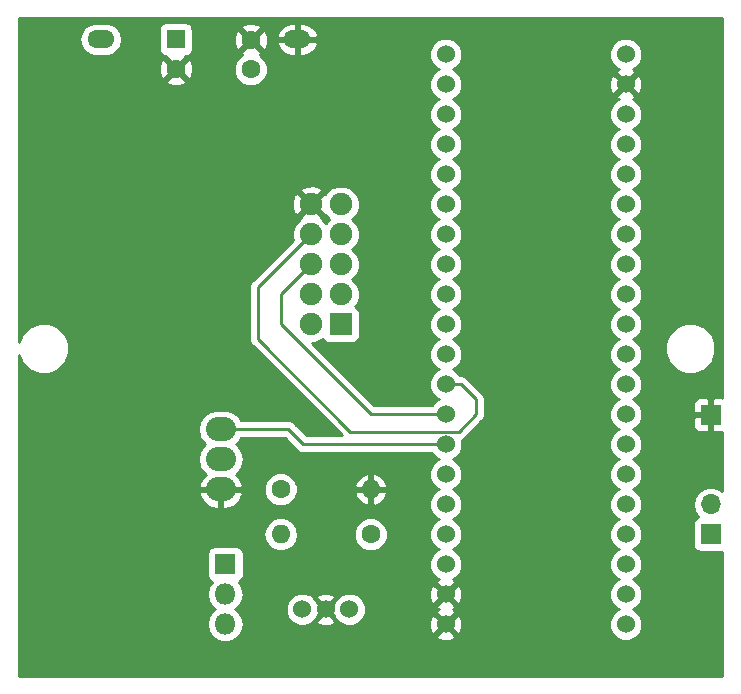
<source format=gbr>
G04 #@! TF.GenerationSoftware,KiCad,Pcbnew,(5.0.1-3-g963ef8bb5)*
G04 #@! TF.CreationDate,2019-02-08T10:03:46-05:00*
G04 #@! TF.ProjectId,STMaytal32v02,53544D617974616C33327630322E6B69,rev?*
G04 #@! TF.SameCoordinates,Original*
G04 #@! TF.FileFunction,Copper,L2,Bot,Signal*
G04 #@! TF.FilePolarity,Positive*
%FSLAX46Y46*%
G04 Gerber Fmt 4.6, Leading zero omitted, Abs format (unit mm)*
G04 Created by KiCad (PCBNEW (5.0.1-3-g963ef8bb5)) date Friday, February 08, 2019 at 10:03:46 AM*
%MOMM*%
%LPD*%
G01*
G04 APERTURE LIST*
G04 #@! TA.AperFunction,ComponentPad*
%ADD10C,1.905000*%
G04 #@! TD*
G04 #@! TA.AperFunction,ComponentPad*
%ADD11R,1.905000X1.905000*%
G04 #@! TD*
G04 #@! TA.AperFunction,ComponentPad*
%ADD12C,1.600000*%
G04 #@! TD*
G04 #@! TA.AperFunction,ComponentPad*
%ADD13R,1.600000X1.600000*%
G04 #@! TD*
G04 #@! TA.AperFunction,ComponentPad*
%ADD14O,1.600000X1.600000*%
G04 #@! TD*
G04 #@! TA.AperFunction,ComponentPad*
%ADD15C,1.524000*%
G04 #@! TD*
G04 #@! TA.AperFunction,ComponentPad*
%ADD16O,2.540000X2.032000*%
G04 #@! TD*
G04 #@! TA.AperFunction,ComponentPad*
%ADD17O,1.800000X1.800000*%
G04 #@! TD*
G04 #@! TA.AperFunction,ComponentPad*
%ADD18R,1.800000X1.800000*%
G04 #@! TD*
G04 #@! TA.AperFunction,ComponentPad*
%ADD19R,1.700000X1.700000*%
G04 #@! TD*
G04 #@! TA.AperFunction,ComponentPad*
%ADD20O,1.700000X1.700000*%
G04 #@! TD*
G04 #@! TA.AperFunction,ComponentPad*
%ADD21O,2.286000X1.524000*%
G04 #@! TD*
G04 #@! TA.AperFunction,Conductor*
%ADD22C,0.250000*%
G04 #@! TD*
G04 #@! TA.AperFunction,Conductor*
%ADD23C,0.254000*%
G04 #@! TD*
G04 APERTURE END LIST*
D10*
G04 #@! TO.P,J2,2*
G04 #@! TO.N,EN*
X120650000Y-100330000D03*
G04 #@! TO.P,J2,4*
G04 #@! TO.N,G1-PSTAT*
X120650000Y-97790000D03*
G04 #@! TO.P,J2,6*
G04 #@! TO.N,RST*
X120650000Y-95250000D03*
G04 #@! TO.P,J2,8*
G04 #@! TO.N,MOSI-KEY*
X120650000Y-92710000D03*
G04 #@! TO.P,J2,10*
G04 #@! TO.N,GND*
X120650000Y-90170000D03*
D11*
G04 #@! TO.P,J2,1*
G04 #@! TO.N,VCC*
X123190000Y-100330000D03*
D10*
G04 #@! TO.P,J2,9*
G04 #@! TO.N,MISO-TX*
X123190000Y-90170000D03*
G04 #@! TO.P,J2,3*
G04 #@! TO.N,G0*
X123190000Y-97790000D03*
G04 #@! TO.P,J2,7*
G04 #@! TO.N,SCK-RX*
X123190000Y-92710000D03*
G04 #@! TO.P,J2,5*
G04 #@! TO.N,CS-RI*
X123190000Y-95250000D03*
G04 #@! TD*
D12*
G04 #@! TO.P,C1,2*
G04 #@! TO.N,GND*
X109220000Y-78700000D03*
D13*
G04 #@! TO.P,C1,1*
G04 #@! TO.N,VBAT*
X109220000Y-76200000D03*
G04 #@! TD*
D12*
G04 #@! TO.P,R1,1*
G04 #@! TO.N,Net-(J1-Pad3)*
X125730000Y-118110000D03*
D14*
G04 #@! TO.P,R1,2*
G04 #@! TO.N,PRESSURE*
X118110000Y-118110000D03*
G04 #@! TD*
G04 #@! TO.P,R2,2*
G04 #@! TO.N,GND*
X125730000Y-114300000D03*
D12*
G04 #@! TO.P,R2,1*
G04 #@! TO.N,PRESSURE*
X118110000Y-114300000D03*
G04 #@! TD*
D15*
G04 #@! TO.P,U1,1*
G04 #@! TO.N,Net-(U1-Pad1)*
X132080000Y-77470000D03*
G04 #@! TO.P,U1,2*
G04 #@! TO.N,Net-(U1-Pad2)*
X132080000Y-80010000D03*
G04 #@! TO.P,U1,3*
G04 #@! TO.N,Net-(U1-Pad3)*
X132080000Y-82550000D03*
G04 #@! TO.P,U1,4*
G04 #@! TO.N,Net-(U1-Pad4)*
X132080000Y-85090000D03*
G04 #@! TO.P,U1,10*
G04 #@! TO.N,PRESSURE*
X132080000Y-87630000D03*
G04 #@! TO.P,U1,11*
G04 #@! TO.N,Net-(U1-Pad11)*
X132080000Y-90170000D03*
G04 #@! TO.P,U1,12*
G04 #@! TO.N,Net-(U1-Pad12)*
X132080000Y-92710000D03*
G04 #@! TO.P,U1,13*
G04 #@! TO.N,G0*
X132080000Y-95250000D03*
G04 #@! TO.P,U1,14*
G04 #@! TO.N,CS-RI*
X132080000Y-97790000D03*
G04 #@! TO.P,U1,15*
G04 #@! TO.N,SCK-RX*
X132080000Y-100330000D03*
G04 #@! TO.P,U1,16*
G04 #@! TO.N,MISO-TX*
X132080000Y-102870000D03*
G04 #@! TO.P,U1,17*
G04 #@! TO.N,MOSI-KEY*
X132080000Y-105410000D03*
G04 #@! TO.P,U1,18*
G04 #@! TO.N,RST*
X132080000Y-107950000D03*
G04 #@! TO.P,U1,19*
G04 #@! TO.N,Q1_BASE*
X132080000Y-110490000D03*
G04 #@! TO.P,U1,21*
G04 #@! TO.N,G1-PSTAT*
X132080000Y-113030000D03*
G04 #@! TO.P,U1,22*
G04 #@! TO.N,EN*
X132080000Y-115570000D03*
G04 #@! TO.P,U1,7*
G04 #@! TO.N,Net-(U1-Pad7)*
X132080000Y-118110000D03*
G04 #@! TO.P,U1,3V3*
G04 #@! TO.N,VCC*
X132080000Y-120650000D03*
G04 #@! TO.P,U1,GND*
G04 #@! TO.N,GND*
X132080000Y-123190000D03*
X132080000Y-125730000D03*
G04 #@! TO.P,U1,3V3*
G04 #@! TO.N,VCC*
X147320000Y-77470000D03*
G04 #@! TO.P,U1,42*
G04 #@! TO.N,Net-(U1-Pad42)*
X147320000Y-92710000D03*
G04 #@! TO.P,U1,27*
G04 #@! TO.N,Net-(U1-Pad27)*
X147320000Y-120650000D03*
G04 #@! TO.P,U1,32*
G04 #@! TO.N,Net-(U1-Pad32)*
X147320000Y-107950000D03*
G04 #@! TO.P,U1,31*
G04 #@! TO.N,SERIAL1.RX*
X147320000Y-110490000D03*
G04 #@! TO.P,U1,33*
G04 #@! TO.N,Net-(U1-Pad33)*
X147320000Y-105410000D03*
G04 #@! TO.P,U1,38*
G04 #@! TO.N,N/C*
X147320000Y-102870000D03*
G04 #@! TO.P,U1,30*
G04 #@! TO.N,SERIAL1.TX*
X147320000Y-113030000D03*
G04 #@! TO.P,U1,28*
G04 #@! TO.N,Net-(U1-Pad28)*
X147320000Y-118110000D03*
G04 #@! TO.P,U1,26*
G04 #@! TO.N,Net-(U1-Pad26)*
X147320000Y-123190000D03*
G04 #@! TO.P,U1,41*
G04 #@! TO.N,Net-(U1-Pad41)*
X147320000Y-95250000D03*
G04 #@! TO.P,U1,40*
G04 #@! TO.N,Net-(U1-Pad40)*
X147320000Y-97790000D03*
G04 #@! TO.P,U1,29*
G04 #@! TO.N,Net-(U1-Pad29)*
X147320000Y-115570000D03*
G04 #@! TO.P,U1,46*
G04 #@! TO.N,Net-(U1-Pad46)*
X147320000Y-85090000D03*
G04 #@! TO.P,U1,45*
G04 #@! TO.N,Net-(U1-Pad45)*
X147320000Y-87630000D03*
G04 #@! TO.P,U1,5V*
G04 #@! TO.N,VBAT*
X147320000Y-82550000D03*
G04 #@! TO.P,U1,25*
G04 #@! TO.N,Net-(U1-Pad25)*
X147320000Y-125730000D03*
G04 #@! TO.P,U1,GND*
G04 #@! TO.N,GND*
X147320000Y-80010000D03*
G04 #@! TO.P,U1,43*
G04 #@! TO.N,Net-(U1-Pad43)*
X147320000Y-90170000D03*
G04 #@! TO.P,U1,39*
G04 #@! TO.N,Net-(U1-Pad39)*
X147320000Y-100330000D03*
G04 #@! TD*
D16*
G04 #@! TO.P,Q1,1*
G04 #@! TO.N,Q1_BASE*
X113030000Y-109220000D03*
G04 #@! TO.P,Q1,3*
G04 #@! TO.N,GND*
X113030000Y-114300000D03*
G04 #@! TO.P,Q1,2*
G04 #@! TO.N,Net-(Q1-Pad2)*
X113030000Y-111760000D03*
G04 #@! TD*
D17*
G04 #@! TO.P,U2,3*
G04 #@! TO.N,Net-(J1-Pad1)*
X113411000Y-125730000D03*
G04 #@! TO.P,U2,2*
G04 #@! TO.N,Net-(Q1-Pad2)*
X113411000Y-123190000D03*
D18*
G04 #@! TO.P,U2,1*
G04 #@! TO.N,VBAT*
X113411000Y-120650000D03*
G04 #@! TD*
D12*
G04 #@! TO.P,C2,2*
G04 #@! TO.N,GND*
X115570000Y-76240000D03*
G04 #@! TO.P,C2,1*
G04 #@! TO.N,VBAT*
X115570000Y-78740000D03*
G04 #@! TD*
D19*
G04 #@! TO.P,J3,1*
G04 #@! TO.N,GND*
X154500000Y-108000000D03*
G04 #@! TD*
D20*
G04 #@! TO.P,J4,2*
G04 #@! TO.N,SERIAL1.RX*
X154500000Y-115570000D03*
D19*
G04 #@! TO.P,J4,1*
G04 #@! TO.N,SERIAL1.TX*
X154500000Y-118110000D03*
G04 #@! TD*
D21*
G04 #@! TO.P,BT1,2*
G04 #@! TO.N,GND*
X119507000Y-76200000D03*
G04 #@! TO.P,BT1,1*
G04 #@! TO.N,VBAT*
X102870000Y-76200000D03*
G04 #@! TD*
D15*
G04 #@! TO.P,J1,2*
G04 #@! TO.N,GND*
X121920000Y-124460000D03*
G04 #@! TO.P,J1,1*
G04 #@! TO.N,Net-(J1-Pad1)*
X119920000Y-124460000D03*
G04 #@! TO.P,J1,3*
G04 #@! TO.N,Net-(J1-Pad3)*
X123920000Y-124460000D03*
G04 #@! TD*
D22*
G04 #@! TO.N,RST*
X131002370Y-107950000D02*
X132080000Y-107950000D01*
X125730000Y-107950000D02*
X132080000Y-107950000D01*
X118110000Y-100330000D02*
X125730000Y-107950000D01*
X118110000Y-97790000D02*
X118110000Y-100330000D01*
X120650000Y-95250000D02*
X118110000Y-97790000D01*
G04 #@! TO.N,Q1_BASE*
X132080000Y-110490000D02*
X120015000Y-110490000D01*
X118745000Y-109220000D02*
X113030000Y-109220000D01*
X120015000Y-110490000D02*
X118745000Y-109220000D01*
G04 #@! TO.N,MOSI-KEY*
X120650000Y-92710000D02*
X116205000Y-97155000D01*
X116205000Y-97155000D02*
X116205000Y-101600000D01*
X124007999Y-109402999D02*
X133167001Y-109402999D01*
X116205000Y-101600000D02*
X124007999Y-109402999D01*
X133167001Y-109402999D02*
X134620000Y-107950000D01*
X134620000Y-107950000D02*
X134620000Y-106680000D01*
X134620000Y-106680000D02*
X133350000Y-105410000D01*
X133350000Y-105410000D02*
X132080000Y-105410000D01*
G04 #@! TD*
D23*
G04 #@! TO.N,GND*
G36*
X155500001Y-106524813D02*
X155476309Y-106515000D01*
X154785750Y-106515000D01*
X154627000Y-106673750D01*
X154627000Y-107873000D01*
X154647000Y-107873000D01*
X154647000Y-108127000D01*
X154627000Y-108127000D01*
X154627000Y-109326250D01*
X154785750Y-109485000D01*
X155476309Y-109485000D01*
X155500001Y-109475187D01*
X155500001Y-114452185D01*
X155079418Y-114171161D01*
X154646256Y-114085000D01*
X154353744Y-114085000D01*
X153920582Y-114171161D01*
X153429375Y-114499375D01*
X153101161Y-114990582D01*
X152985908Y-115570000D01*
X153101161Y-116149418D01*
X153429375Y-116640625D01*
X153447619Y-116652816D01*
X153402235Y-116661843D01*
X153192191Y-116802191D01*
X153051843Y-117012235D01*
X153002560Y-117260000D01*
X153002560Y-118960000D01*
X153051843Y-119207765D01*
X153192191Y-119417809D01*
X153402235Y-119558157D01*
X153650000Y-119607440D01*
X155350000Y-119607440D01*
X155500001Y-119577603D01*
X155500001Y-130100000D01*
X95960000Y-130100000D01*
X95960000Y-123190000D01*
X111845928Y-123190000D01*
X111965062Y-123788927D01*
X112304327Y-124296673D01*
X112548763Y-124460000D01*
X112304327Y-124623327D01*
X111965062Y-125131073D01*
X111845928Y-125730000D01*
X111965062Y-126328927D01*
X112304327Y-126836673D01*
X112812073Y-127175938D01*
X113259818Y-127265000D01*
X113562182Y-127265000D01*
X114009927Y-127175938D01*
X114517673Y-126836673D01*
X114602170Y-126710213D01*
X131279392Y-126710213D01*
X131348857Y-126952397D01*
X131872302Y-127139144D01*
X132427368Y-127111362D01*
X132811143Y-126952397D01*
X132880608Y-126710213D01*
X132080000Y-125909605D01*
X131279392Y-126710213D01*
X114602170Y-126710213D01*
X114856938Y-126328927D01*
X114976072Y-125730000D01*
X114856938Y-125131073D01*
X114517673Y-124623327D01*
X114273237Y-124460000D01*
X114517673Y-124296673D01*
X114594215Y-124182119D01*
X118523000Y-124182119D01*
X118523000Y-124737881D01*
X118735680Y-125251337D01*
X119128663Y-125644320D01*
X119642119Y-125857000D01*
X120197881Y-125857000D01*
X120711337Y-125644320D01*
X120915444Y-125440213D01*
X121119392Y-125440213D01*
X121188857Y-125682397D01*
X121712302Y-125869144D01*
X122267368Y-125841362D01*
X122651143Y-125682397D01*
X122720608Y-125440213D01*
X121920000Y-124639605D01*
X121119392Y-125440213D01*
X120915444Y-125440213D01*
X121104320Y-125251337D01*
X121214106Y-124986289D01*
X121740395Y-124460000D01*
X122099605Y-124460000D01*
X122625894Y-124986289D01*
X122735680Y-125251337D01*
X123128663Y-125644320D01*
X123642119Y-125857000D01*
X124197881Y-125857000D01*
X124711337Y-125644320D01*
X124833355Y-125522302D01*
X130670856Y-125522302D01*
X130698638Y-126077368D01*
X130857603Y-126461143D01*
X131099787Y-126530608D01*
X131900395Y-125730000D01*
X132259605Y-125730000D01*
X133060213Y-126530608D01*
X133302397Y-126461143D01*
X133489144Y-125937698D01*
X133461362Y-125382632D01*
X133302397Y-124998857D01*
X133060213Y-124929392D01*
X132259605Y-125730000D01*
X131900395Y-125730000D01*
X131099787Y-124929392D01*
X130857603Y-124998857D01*
X130670856Y-125522302D01*
X124833355Y-125522302D01*
X125104320Y-125251337D01*
X125317000Y-124737881D01*
X125317000Y-124182119D01*
X125312069Y-124170213D01*
X131279392Y-124170213D01*
X131348857Y-124412397D01*
X131472344Y-124456453D01*
X131348857Y-124507603D01*
X131279392Y-124749787D01*
X132080000Y-125550395D01*
X132880608Y-124749787D01*
X132811143Y-124507603D01*
X132687656Y-124463547D01*
X132811143Y-124412397D01*
X132880608Y-124170213D01*
X132080000Y-123369605D01*
X131279392Y-124170213D01*
X125312069Y-124170213D01*
X125104320Y-123668663D01*
X124711337Y-123275680D01*
X124197881Y-123063000D01*
X123642119Y-123063000D01*
X123128663Y-123275680D01*
X122735680Y-123668663D01*
X122625894Y-123933711D01*
X122099605Y-124460000D01*
X121740395Y-124460000D01*
X121214106Y-123933711D01*
X121104320Y-123668663D01*
X120915444Y-123479787D01*
X121119392Y-123479787D01*
X121920000Y-124280395D01*
X122720608Y-123479787D01*
X122651143Y-123237603D01*
X122127698Y-123050856D01*
X121572632Y-123078638D01*
X121188857Y-123237603D01*
X121119392Y-123479787D01*
X120915444Y-123479787D01*
X120711337Y-123275680D01*
X120197881Y-123063000D01*
X119642119Y-123063000D01*
X119128663Y-123275680D01*
X118735680Y-123668663D01*
X118523000Y-124182119D01*
X114594215Y-124182119D01*
X114856938Y-123788927D01*
X114976072Y-123190000D01*
X114934759Y-122982302D01*
X130670856Y-122982302D01*
X130698638Y-123537368D01*
X130857603Y-123921143D01*
X131099787Y-123990608D01*
X131900395Y-123190000D01*
X132259605Y-123190000D01*
X133060213Y-123990608D01*
X133302397Y-123921143D01*
X133489144Y-123397698D01*
X133461362Y-122842632D01*
X133302397Y-122458857D01*
X133060213Y-122389392D01*
X132259605Y-123190000D01*
X131900395Y-123190000D01*
X131099787Y-122389392D01*
X130857603Y-122458857D01*
X130670856Y-122982302D01*
X114934759Y-122982302D01*
X114856938Y-122591073D01*
X114560304Y-122147129D01*
X114768809Y-122007809D01*
X114909157Y-121797765D01*
X114958440Y-121550000D01*
X114958440Y-119750000D01*
X114909157Y-119502235D01*
X114768809Y-119292191D01*
X114558765Y-119151843D01*
X114311000Y-119102560D01*
X112511000Y-119102560D01*
X112263235Y-119151843D01*
X112053191Y-119292191D01*
X111912843Y-119502235D01*
X111863560Y-119750000D01*
X111863560Y-121550000D01*
X111912843Y-121797765D01*
X112053191Y-122007809D01*
X112261696Y-122147129D01*
X111965062Y-122591073D01*
X111845928Y-123190000D01*
X95960000Y-123190000D01*
X95960000Y-118110000D01*
X116646887Y-118110000D01*
X116758260Y-118669909D01*
X117075423Y-119144577D01*
X117550091Y-119461740D01*
X117968667Y-119545000D01*
X118251333Y-119545000D01*
X118669909Y-119461740D01*
X119144577Y-119144577D01*
X119461740Y-118669909D01*
X119573113Y-118110000D01*
X119516336Y-117824561D01*
X124295000Y-117824561D01*
X124295000Y-118395439D01*
X124513466Y-118922862D01*
X124917138Y-119326534D01*
X125444561Y-119545000D01*
X126015439Y-119545000D01*
X126542862Y-119326534D01*
X126946534Y-118922862D01*
X127165000Y-118395439D01*
X127165000Y-117824561D01*
X126946534Y-117297138D01*
X126542862Y-116893466D01*
X126015439Y-116675000D01*
X125444561Y-116675000D01*
X124917138Y-116893466D01*
X124513466Y-117297138D01*
X124295000Y-117824561D01*
X119516336Y-117824561D01*
X119461740Y-117550091D01*
X119144577Y-117075423D01*
X118669909Y-116758260D01*
X118251333Y-116675000D01*
X117968667Y-116675000D01*
X117550091Y-116758260D01*
X117075423Y-117075423D01*
X116758260Y-117550091D01*
X116646887Y-118110000D01*
X95960000Y-118110000D01*
X95960000Y-114682944D01*
X111170025Y-114682944D01*
X111202074Y-114814477D01*
X111518764Y-115377630D01*
X112026857Y-115776724D01*
X112649000Y-115951000D01*
X112903000Y-115951000D01*
X112903000Y-114427000D01*
X113157000Y-114427000D01*
X113157000Y-115951000D01*
X113411000Y-115951000D01*
X114033143Y-115776724D01*
X114541236Y-115377630D01*
X114857926Y-114814477D01*
X114889975Y-114682944D01*
X114770836Y-114427000D01*
X113157000Y-114427000D01*
X112903000Y-114427000D01*
X111289164Y-114427000D01*
X111170025Y-114682944D01*
X95960000Y-114682944D01*
X95960000Y-109220000D01*
X111092655Y-109220000D01*
X111220792Y-109864188D01*
X111585695Y-110410305D01*
X111704967Y-110490000D01*
X111585695Y-110569695D01*
X111220792Y-111115812D01*
X111092655Y-111760000D01*
X111220792Y-112404188D01*
X111585695Y-112950305D01*
X111736689Y-113051196D01*
X111518764Y-113222370D01*
X111202074Y-113785523D01*
X111170025Y-113917056D01*
X111289164Y-114173000D01*
X112903000Y-114173000D01*
X112903000Y-114153000D01*
X113157000Y-114153000D01*
X113157000Y-114173000D01*
X114770836Y-114173000D01*
X114844587Y-114014561D01*
X116675000Y-114014561D01*
X116675000Y-114585439D01*
X116893466Y-115112862D01*
X117297138Y-115516534D01*
X117824561Y-115735000D01*
X118395439Y-115735000D01*
X118922862Y-115516534D01*
X119326534Y-115112862D01*
X119518655Y-114649039D01*
X124338096Y-114649039D01*
X124498959Y-115037423D01*
X124874866Y-115452389D01*
X125380959Y-115691914D01*
X125603000Y-115570629D01*
X125603000Y-114427000D01*
X125857000Y-114427000D01*
X125857000Y-115570629D01*
X126079041Y-115691914D01*
X126585134Y-115452389D01*
X126961041Y-115037423D01*
X127121904Y-114649039D01*
X126999915Y-114427000D01*
X125857000Y-114427000D01*
X125603000Y-114427000D01*
X124460085Y-114427000D01*
X124338096Y-114649039D01*
X119518655Y-114649039D01*
X119545000Y-114585439D01*
X119545000Y-114014561D01*
X119518656Y-113950961D01*
X124338096Y-113950961D01*
X124460085Y-114173000D01*
X125603000Y-114173000D01*
X125603000Y-113029371D01*
X125857000Y-113029371D01*
X125857000Y-114173000D01*
X126999915Y-114173000D01*
X127121904Y-113950961D01*
X126961041Y-113562577D01*
X126585134Y-113147611D01*
X126079041Y-112908086D01*
X125857000Y-113029371D01*
X125603000Y-113029371D01*
X125380959Y-112908086D01*
X124874866Y-113147611D01*
X124498959Y-113562577D01*
X124338096Y-113950961D01*
X119518656Y-113950961D01*
X119326534Y-113487138D01*
X118922862Y-113083466D01*
X118395439Y-112865000D01*
X117824561Y-112865000D01*
X117297138Y-113083466D01*
X116893466Y-113487138D01*
X116675000Y-114014561D01*
X114844587Y-114014561D01*
X114889975Y-113917056D01*
X114857926Y-113785523D01*
X114541236Y-113222370D01*
X114323311Y-113051196D01*
X114474305Y-112950305D01*
X114839208Y-112404188D01*
X114967345Y-111760000D01*
X114839208Y-111115812D01*
X114474305Y-110569695D01*
X114355033Y-110490000D01*
X114474305Y-110410305D01*
X114761825Y-109980000D01*
X118430199Y-109980000D01*
X119424671Y-110974473D01*
X119467071Y-111037929D01*
X119718463Y-111205904D01*
X119940148Y-111250000D01*
X119940152Y-111250000D01*
X120014999Y-111264888D01*
X120089846Y-111250000D01*
X130882700Y-111250000D01*
X130895680Y-111281337D01*
X131288663Y-111674320D01*
X131495513Y-111760000D01*
X131288663Y-111845680D01*
X130895680Y-112238663D01*
X130683000Y-112752119D01*
X130683000Y-113307881D01*
X130895680Y-113821337D01*
X131288663Y-114214320D01*
X131495513Y-114300000D01*
X131288663Y-114385680D01*
X130895680Y-114778663D01*
X130683000Y-115292119D01*
X130683000Y-115847881D01*
X130895680Y-116361337D01*
X131288663Y-116754320D01*
X131495513Y-116840000D01*
X131288663Y-116925680D01*
X130895680Y-117318663D01*
X130683000Y-117832119D01*
X130683000Y-118387881D01*
X130895680Y-118901337D01*
X131288663Y-119294320D01*
X131495513Y-119380000D01*
X131288663Y-119465680D01*
X130895680Y-119858663D01*
X130683000Y-120372119D01*
X130683000Y-120927881D01*
X130895680Y-121441337D01*
X131288663Y-121834320D01*
X131479647Y-121913428D01*
X131348857Y-121967603D01*
X131279392Y-122209787D01*
X132080000Y-123010395D01*
X132880608Y-122209787D01*
X132811143Y-121967603D01*
X132670607Y-121917465D01*
X132871337Y-121834320D01*
X133264320Y-121441337D01*
X133477000Y-120927881D01*
X133477000Y-120372119D01*
X133264320Y-119858663D01*
X132871337Y-119465680D01*
X132664487Y-119380000D01*
X132871337Y-119294320D01*
X133264320Y-118901337D01*
X133477000Y-118387881D01*
X133477000Y-117832119D01*
X133264320Y-117318663D01*
X132871337Y-116925680D01*
X132664487Y-116840000D01*
X132871337Y-116754320D01*
X133264320Y-116361337D01*
X133477000Y-115847881D01*
X133477000Y-115292119D01*
X133264320Y-114778663D01*
X132871337Y-114385680D01*
X132664487Y-114300000D01*
X132871337Y-114214320D01*
X133264320Y-113821337D01*
X133477000Y-113307881D01*
X133477000Y-112752119D01*
X133264320Y-112238663D01*
X132871337Y-111845680D01*
X132664487Y-111760000D01*
X132871337Y-111674320D01*
X133264320Y-111281337D01*
X133477000Y-110767881D01*
X133477000Y-110212119D01*
X133440303Y-110123525D01*
X133463538Y-110118903D01*
X133714930Y-109950928D01*
X133757332Y-109887469D01*
X135104473Y-108540329D01*
X135167929Y-108497929D01*
X135335904Y-108246537D01*
X135380000Y-108024852D01*
X135380000Y-108024847D01*
X135394888Y-107950000D01*
X135380000Y-107875153D01*
X135380000Y-106754846D01*
X135394888Y-106679999D01*
X135380000Y-106605152D01*
X135380000Y-106605148D01*
X135335904Y-106383463D01*
X135167929Y-106132071D01*
X135104473Y-106089671D01*
X133940331Y-104925530D01*
X133897929Y-104862071D01*
X133646537Y-104694096D01*
X133424852Y-104650000D01*
X133424847Y-104650000D01*
X133350000Y-104635112D01*
X133277137Y-104649605D01*
X133264320Y-104618663D01*
X132871337Y-104225680D01*
X132664487Y-104140000D01*
X132871337Y-104054320D01*
X133264320Y-103661337D01*
X133477000Y-103147881D01*
X133477000Y-102592119D01*
X133264320Y-102078663D01*
X132871337Y-101685680D01*
X132664487Y-101600000D01*
X132871337Y-101514320D01*
X133264320Y-101121337D01*
X133477000Y-100607881D01*
X133477000Y-100052119D01*
X133264320Y-99538663D01*
X132871337Y-99145680D01*
X132664487Y-99060000D01*
X132871337Y-98974320D01*
X133264320Y-98581337D01*
X133477000Y-98067881D01*
X133477000Y-97512119D01*
X133264320Y-96998663D01*
X132871337Y-96605680D01*
X132664487Y-96520000D01*
X132871337Y-96434320D01*
X133264320Y-96041337D01*
X133477000Y-95527881D01*
X133477000Y-94972119D01*
X133264320Y-94458663D01*
X132871337Y-94065680D01*
X132664487Y-93980000D01*
X132871337Y-93894320D01*
X133264320Y-93501337D01*
X133477000Y-92987881D01*
X133477000Y-92432119D01*
X133264320Y-91918663D01*
X132871337Y-91525680D01*
X132664487Y-91440000D01*
X132871337Y-91354320D01*
X133264320Y-90961337D01*
X133477000Y-90447881D01*
X133477000Y-89892119D01*
X133264320Y-89378663D01*
X132871337Y-88985680D01*
X132664487Y-88900000D01*
X132871337Y-88814320D01*
X133264320Y-88421337D01*
X133477000Y-87907881D01*
X133477000Y-87352119D01*
X133264320Y-86838663D01*
X132871337Y-86445680D01*
X132664487Y-86360000D01*
X132871337Y-86274320D01*
X133264320Y-85881337D01*
X133477000Y-85367881D01*
X133477000Y-84812119D01*
X133264320Y-84298663D01*
X132871337Y-83905680D01*
X132664487Y-83820000D01*
X132871337Y-83734320D01*
X133264320Y-83341337D01*
X133477000Y-82827881D01*
X133477000Y-82272119D01*
X145923000Y-82272119D01*
X145923000Y-82827881D01*
X146135680Y-83341337D01*
X146528663Y-83734320D01*
X146735513Y-83820000D01*
X146528663Y-83905680D01*
X146135680Y-84298663D01*
X145923000Y-84812119D01*
X145923000Y-85367881D01*
X146135680Y-85881337D01*
X146528663Y-86274320D01*
X146735513Y-86360000D01*
X146528663Y-86445680D01*
X146135680Y-86838663D01*
X145923000Y-87352119D01*
X145923000Y-87907881D01*
X146135680Y-88421337D01*
X146528663Y-88814320D01*
X146735513Y-88900000D01*
X146528663Y-88985680D01*
X146135680Y-89378663D01*
X145923000Y-89892119D01*
X145923000Y-90447881D01*
X146135680Y-90961337D01*
X146528663Y-91354320D01*
X146735513Y-91440000D01*
X146528663Y-91525680D01*
X146135680Y-91918663D01*
X145923000Y-92432119D01*
X145923000Y-92987881D01*
X146135680Y-93501337D01*
X146528663Y-93894320D01*
X146735513Y-93980000D01*
X146528663Y-94065680D01*
X146135680Y-94458663D01*
X145923000Y-94972119D01*
X145923000Y-95527881D01*
X146135680Y-96041337D01*
X146528663Y-96434320D01*
X146735513Y-96520000D01*
X146528663Y-96605680D01*
X146135680Y-96998663D01*
X145923000Y-97512119D01*
X145923000Y-98067881D01*
X146135680Y-98581337D01*
X146528663Y-98974320D01*
X146735513Y-99060000D01*
X146528663Y-99145680D01*
X146135680Y-99538663D01*
X145923000Y-100052119D01*
X145923000Y-100607881D01*
X146135680Y-101121337D01*
X146528663Y-101514320D01*
X146735513Y-101600000D01*
X146528663Y-101685680D01*
X146135680Y-102078663D01*
X145923000Y-102592119D01*
X145923000Y-103147881D01*
X146135680Y-103661337D01*
X146528663Y-104054320D01*
X146735513Y-104140000D01*
X146528663Y-104225680D01*
X146135680Y-104618663D01*
X145923000Y-105132119D01*
X145923000Y-105687881D01*
X146135680Y-106201337D01*
X146528663Y-106594320D01*
X146735513Y-106680000D01*
X146528663Y-106765680D01*
X146135680Y-107158663D01*
X145923000Y-107672119D01*
X145923000Y-108227881D01*
X146135680Y-108741337D01*
X146528663Y-109134320D01*
X146735513Y-109220000D01*
X146528663Y-109305680D01*
X146135680Y-109698663D01*
X145923000Y-110212119D01*
X145923000Y-110767881D01*
X146135680Y-111281337D01*
X146528663Y-111674320D01*
X146735513Y-111760000D01*
X146528663Y-111845680D01*
X146135680Y-112238663D01*
X145923000Y-112752119D01*
X145923000Y-113307881D01*
X146135680Y-113821337D01*
X146528663Y-114214320D01*
X146735513Y-114300000D01*
X146528663Y-114385680D01*
X146135680Y-114778663D01*
X145923000Y-115292119D01*
X145923000Y-115847881D01*
X146135680Y-116361337D01*
X146528663Y-116754320D01*
X146735513Y-116840000D01*
X146528663Y-116925680D01*
X146135680Y-117318663D01*
X145923000Y-117832119D01*
X145923000Y-118387881D01*
X146135680Y-118901337D01*
X146528663Y-119294320D01*
X146735513Y-119380000D01*
X146528663Y-119465680D01*
X146135680Y-119858663D01*
X145923000Y-120372119D01*
X145923000Y-120927881D01*
X146135680Y-121441337D01*
X146528663Y-121834320D01*
X146735513Y-121920000D01*
X146528663Y-122005680D01*
X146135680Y-122398663D01*
X145923000Y-122912119D01*
X145923000Y-123467881D01*
X146135680Y-123981337D01*
X146528663Y-124374320D01*
X146735513Y-124460000D01*
X146528663Y-124545680D01*
X146135680Y-124938663D01*
X145923000Y-125452119D01*
X145923000Y-126007881D01*
X146135680Y-126521337D01*
X146528663Y-126914320D01*
X147042119Y-127127000D01*
X147597881Y-127127000D01*
X148111337Y-126914320D01*
X148504320Y-126521337D01*
X148717000Y-126007881D01*
X148717000Y-125452119D01*
X148504320Y-124938663D01*
X148111337Y-124545680D01*
X147904487Y-124460000D01*
X148111337Y-124374320D01*
X148504320Y-123981337D01*
X148717000Y-123467881D01*
X148717000Y-122912119D01*
X148504320Y-122398663D01*
X148111337Y-122005680D01*
X147904487Y-121920000D01*
X148111337Y-121834320D01*
X148504320Y-121441337D01*
X148717000Y-120927881D01*
X148717000Y-120372119D01*
X148504320Y-119858663D01*
X148111337Y-119465680D01*
X147904487Y-119380000D01*
X148111337Y-119294320D01*
X148504320Y-118901337D01*
X148717000Y-118387881D01*
X148717000Y-117832119D01*
X148504320Y-117318663D01*
X148111337Y-116925680D01*
X147904487Y-116840000D01*
X148111337Y-116754320D01*
X148504320Y-116361337D01*
X148717000Y-115847881D01*
X148717000Y-115292119D01*
X148504320Y-114778663D01*
X148111337Y-114385680D01*
X147904487Y-114300000D01*
X148111337Y-114214320D01*
X148504320Y-113821337D01*
X148717000Y-113307881D01*
X148717000Y-112752119D01*
X148504320Y-112238663D01*
X148111337Y-111845680D01*
X147904487Y-111760000D01*
X148111337Y-111674320D01*
X148504320Y-111281337D01*
X148717000Y-110767881D01*
X148717000Y-110212119D01*
X148504320Y-109698663D01*
X148111337Y-109305680D01*
X147904487Y-109220000D01*
X148111337Y-109134320D01*
X148504320Y-108741337D01*
X148693029Y-108285750D01*
X153015000Y-108285750D01*
X153015000Y-108976310D01*
X153111673Y-109209699D01*
X153290302Y-109388327D01*
X153523691Y-109485000D01*
X154214250Y-109485000D01*
X154373000Y-109326250D01*
X154373000Y-108127000D01*
X153173750Y-108127000D01*
X153015000Y-108285750D01*
X148693029Y-108285750D01*
X148717000Y-108227881D01*
X148717000Y-107672119D01*
X148504320Y-107158663D01*
X148369347Y-107023690D01*
X153015000Y-107023690D01*
X153015000Y-107714250D01*
X153173750Y-107873000D01*
X154373000Y-107873000D01*
X154373000Y-106673750D01*
X154214250Y-106515000D01*
X153523691Y-106515000D01*
X153290302Y-106611673D01*
X153111673Y-106790301D01*
X153015000Y-107023690D01*
X148369347Y-107023690D01*
X148111337Y-106765680D01*
X147904487Y-106680000D01*
X148111337Y-106594320D01*
X148504320Y-106201337D01*
X148717000Y-105687881D01*
X148717000Y-105132119D01*
X148504320Y-104618663D01*
X148111337Y-104225680D01*
X147904487Y-104140000D01*
X148111337Y-104054320D01*
X148504320Y-103661337D01*
X148717000Y-103147881D01*
X148717000Y-102592119D01*
X148504320Y-102078663D01*
X148362979Y-101937322D01*
X150646000Y-101937322D01*
X150646000Y-102786678D01*
X150971034Y-103571380D01*
X151571620Y-104171966D01*
X152356322Y-104497000D01*
X153205678Y-104497000D01*
X153990380Y-104171966D01*
X154590966Y-103571380D01*
X154916000Y-102786678D01*
X154916000Y-101937322D01*
X154590966Y-101152620D01*
X153990380Y-100552034D01*
X153205678Y-100227000D01*
X152356322Y-100227000D01*
X151571620Y-100552034D01*
X150971034Y-101152620D01*
X150646000Y-101937322D01*
X148362979Y-101937322D01*
X148111337Y-101685680D01*
X147904487Y-101600000D01*
X148111337Y-101514320D01*
X148504320Y-101121337D01*
X148717000Y-100607881D01*
X148717000Y-100052119D01*
X148504320Y-99538663D01*
X148111337Y-99145680D01*
X147904487Y-99060000D01*
X148111337Y-98974320D01*
X148504320Y-98581337D01*
X148717000Y-98067881D01*
X148717000Y-97512119D01*
X148504320Y-96998663D01*
X148111337Y-96605680D01*
X147904487Y-96520000D01*
X148111337Y-96434320D01*
X148504320Y-96041337D01*
X148717000Y-95527881D01*
X148717000Y-94972119D01*
X148504320Y-94458663D01*
X148111337Y-94065680D01*
X147904487Y-93980000D01*
X148111337Y-93894320D01*
X148504320Y-93501337D01*
X148717000Y-92987881D01*
X148717000Y-92432119D01*
X148504320Y-91918663D01*
X148111337Y-91525680D01*
X147904487Y-91440000D01*
X148111337Y-91354320D01*
X148504320Y-90961337D01*
X148717000Y-90447881D01*
X148717000Y-89892119D01*
X148504320Y-89378663D01*
X148111337Y-88985680D01*
X147904487Y-88900000D01*
X148111337Y-88814320D01*
X148504320Y-88421337D01*
X148717000Y-87907881D01*
X148717000Y-87352119D01*
X148504320Y-86838663D01*
X148111337Y-86445680D01*
X147904487Y-86360000D01*
X148111337Y-86274320D01*
X148504320Y-85881337D01*
X148717000Y-85367881D01*
X148717000Y-84812119D01*
X148504320Y-84298663D01*
X148111337Y-83905680D01*
X147904487Y-83820000D01*
X148111337Y-83734320D01*
X148504320Y-83341337D01*
X148717000Y-82827881D01*
X148717000Y-82272119D01*
X148504320Y-81758663D01*
X148111337Y-81365680D01*
X147920353Y-81286572D01*
X148051143Y-81232397D01*
X148120608Y-80990213D01*
X147320000Y-80189605D01*
X146519392Y-80990213D01*
X146588857Y-81232397D01*
X146729393Y-81282535D01*
X146528663Y-81365680D01*
X146135680Y-81758663D01*
X145923000Y-82272119D01*
X133477000Y-82272119D01*
X133264320Y-81758663D01*
X132871337Y-81365680D01*
X132664487Y-81280000D01*
X132871337Y-81194320D01*
X133264320Y-80801337D01*
X133477000Y-80287881D01*
X133477000Y-79802302D01*
X145910856Y-79802302D01*
X145938638Y-80357368D01*
X146097603Y-80741143D01*
X146339787Y-80810608D01*
X147140395Y-80010000D01*
X147499605Y-80010000D01*
X148300213Y-80810608D01*
X148542397Y-80741143D01*
X148729144Y-80217698D01*
X148701362Y-79662632D01*
X148542397Y-79278857D01*
X148300213Y-79209392D01*
X147499605Y-80010000D01*
X147140395Y-80010000D01*
X146339787Y-79209392D01*
X146097603Y-79278857D01*
X145910856Y-79802302D01*
X133477000Y-79802302D01*
X133477000Y-79732119D01*
X133264320Y-79218663D01*
X132871337Y-78825680D01*
X132664487Y-78740000D01*
X132871337Y-78654320D01*
X133264320Y-78261337D01*
X133477000Y-77747881D01*
X133477000Y-77192119D01*
X145923000Y-77192119D01*
X145923000Y-77747881D01*
X146135680Y-78261337D01*
X146528663Y-78654320D01*
X146719647Y-78733428D01*
X146588857Y-78787603D01*
X146519392Y-79029787D01*
X147320000Y-79830395D01*
X148120608Y-79029787D01*
X148051143Y-78787603D01*
X147910607Y-78737465D01*
X148111337Y-78654320D01*
X148504320Y-78261337D01*
X148717000Y-77747881D01*
X148717000Y-77192119D01*
X148504320Y-76678663D01*
X148111337Y-76285680D01*
X147597881Y-76073000D01*
X147042119Y-76073000D01*
X146528663Y-76285680D01*
X146135680Y-76678663D01*
X145923000Y-77192119D01*
X133477000Y-77192119D01*
X133264320Y-76678663D01*
X132871337Y-76285680D01*
X132357881Y-76073000D01*
X131802119Y-76073000D01*
X131288663Y-76285680D01*
X130895680Y-76678663D01*
X130683000Y-77192119D01*
X130683000Y-77747881D01*
X130895680Y-78261337D01*
X131288663Y-78654320D01*
X131495513Y-78740000D01*
X131288663Y-78825680D01*
X130895680Y-79218663D01*
X130683000Y-79732119D01*
X130683000Y-80287881D01*
X130895680Y-80801337D01*
X131288663Y-81194320D01*
X131495513Y-81280000D01*
X131288663Y-81365680D01*
X130895680Y-81758663D01*
X130683000Y-82272119D01*
X130683000Y-82827881D01*
X130895680Y-83341337D01*
X131288663Y-83734320D01*
X131495513Y-83820000D01*
X131288663Y-83905680D01*
X130895680Y-84298663D01*
X130683000Y-84812119D01*
X130683000Y-85367881D01*
X130895680Y-85881337D01*
X131288663Y-86274320D01*
X131495513Y-86360000D01*
X131288663Y-86445680D01*
X130895680Y-86838663D01*
X130683000Y-87352119D01*
X130683000Y-87907881D01*
X130895680Y-88421337D01*
X131288663Y-88814320D01*
X131495513Y-88900000D01*
X131288663Y-88985680D01*
X130895680Y-89378663D01*
X130683000Y-89892119D01*
X130683000Y-90447881D01*
X130895680Y-90961337D01*
X131288663Y-91354320D01*
X131495513Y-91440000D01*
X131288663Y-91525680D01*
X130895680Y-91918663D01*
X130683000Y-92432119D01*
X130683000Y-92987881D01*
X130895680Y-93501337D01*
X131288663Y-93894320D01*
X131495513Y-93980000D01*
X131288663Y-94065680D01*
X130895680Y-94458663D01*
X130683000Y-94972119D01*
X130683000Y-95527881D01*
X130895680Y-96041337D01*
X131288663Y-96434320D01*
X131495513Y-96520000D01*
X131288663Y-96605680D01*
X130895680Y-96998663D01*
X130683000Y-97512119D01*
X130683000Y-98067881D01*
X130895680Y-98581337D01*
X131288663Y-98974320D01*
X131495513Y-99060000D01*
X131288663Y-99145680D01*
X130895680Y-99538663D01*
X130683000Y-100052119D01*
X130683000Y-100607881D01*
X130895680Y-101121337D01*
X131288663Y-101514320D01*
X131495513Y-101600000D01*
X131288663Y-101685680D01*
X130895680Y-102078663D01*
X130683000Y-102592119D01*
X130683000Y-103147881D01*
X130895680Y-103661337D01*
X131288663Y-104054320D01*
X131495513Y-104140000D01*
X131288663Y-104225680D01*
X130895680Y-104618663D01*
X130683000Y-105132119D01*
X130683000Y-105687881D01*
X130895680Y-106201337D01*
X131288663Y-106594320D01*
X131495513Y-106680000D01*
X131288663Y-106765680D01*
X130895680Y-107158663D01*
X130882700Y-107190000D01*
X126044803Y-107190000D01*
X120772302Y-101917500D01*
X120965773Y-101917500D01*
X121549247Y-101675818D01*
X121661556Y-101563509D01*
X121779691Y-101740309D01*
X121989735Y-101880657D01*
X122237500Y-101929940D01*
X124142500Y-101929940D01*
X124390265Y-101880657D01*
X124600309Y-101740309D01*
X124740657Y-101530265D01*
X124789940Y-101282500D01*
X124789940Y-99377500D01*
X124740657Y-99129735D01*
X124600309Y-98919691D01*
X124423509Y-98801556D01*
X124535818Y-98689247D01*
X124777500Y-98105773D01*
X124777500Y-97474227D01*
X124535818Y-96890753D01*
X124165065Y-96520000D01*
X124535818Y-96149247D01*
X124777500Y-95565773D01*
X124777500Y-94934227D01*
X124535818Y-94350753D01*
X124165065Y-93980000D01*
X124535818Y-93609247D01*
X124777500Y-93025773D01*
X124777500Y-92394227D01*
X124535818Y-91810753D01*
X124165065Y-91440000D01*
X124535818Y-91069247D01*
X124777500Y-90485773D01*
X124777500Y-89854227D01*
X124535818Y-89270753D01*
X124089247Y-88824182D01*
X123505773Y-88582500D01*
X122874227Y-88582500D01*
X122290753Y-88824182D01*
X121853308Y-89261627D01*
X121768159Y-89231446D01*
X120829605Y-90170000D01*
X121768159Y-91108554D01*
X121853308Y-91078373D01*
X122214935Y-91440000D01*
X121920000Y-91734935D01*
X121558373Y-91373308D01*
X121588554Y-91288159D01*
X120650000Y-90349605D01*
X119711446Y-91288159D01*
X119741627Y-91373308D01*
X119304182Y-91810753D01*
X119062500Y-92394227D01*
X119062500Y-93025773D01*
X119120178Y-93165020D01*
X115720530Y-96564669D01*
X115657071Y-96607071D01*
X115489096Y-96858464D01*
X115445000Y-97080149D01*
X115445000Y-97080153D01*
X115430112Y-97155000D01*
X115445000Y-97229847D01*
X115445001Y-101525148D01*
X115430112Y-101600000D01*
X115445001Y-101674852D01*
X115489097Y-101896537D01*
X115657072Y-102147929D01*
X115720528Y-102190329D01*
X123260198Y-109730000D01*
X120329802Y-109730000D01*
X119335331Y-108735530D01*
X119292929Y-108672071D01*
X119041537Y-108504096D01*
X118819852Y-108460000D01*
X118819847Y-108460000D01*
X118745000Y-108445112D01*
X118670153Y-108460000D01*
X114761825Y-108460000D01*
X114474305Y-108029695D01*
X113928188Y-107664792D01*
X113446609Y-107569000D01*
X112613391Y-107569000D01*
X112131812Y-107664792D01*
X111585695Y-108029695D01*
X111220792Y-108575812D01*
X111092655Y-109220000D01*
X95960000Y-109220000D01*
X95960000Y-102909803D01*
X96234034Y-103571380D01*
X96834620Y-104171966D01*
X97619322Y-104497000D01*
X98468678Y-104497000D01*
X99253380Y-104171966D01*
X99853966Y-103571380D01*
X100179000Y-102786678D01*
X100179000Y-101937322D01*
X99853966Y-101152620D01*
X99253380Y-100552034D01*
X98468678Y-100227000D01*
X97619322Y-100227000D01*
X96834620Y-100552034D01*
X96234034Y-101152620D01*
X95960000Y-101814197D01*
X95960000Y-89916801D01*
X119051325Y-89916801D01*
X119076122Y-90547861D01*
X119269912Y-91015712D01*
X119531841Y-91108554D01*
X120470395Y-90170000D01*
X119531841Y-89231446D01*
X119269912Y-89324288D01*
X119051325Y-89916801D01*
X95960000Y-89916801D01*
X95960000Y-89051841D01*
X119711446Y-89051841D01*
X120650000Y-89990395D01*
X121588554Y-89051841D01*
X121495712Y-88789912D01*
X120903199Y-88571325D01*
X120272139Y-88596122D01*
X119804288Y-88789912D01*
X119711446Y-89051841D01*
X95960000Y-89051841D01*
X95960000Y-79707745D01*
X108391861Y-79707745D01*
X108465995Y-79953864D01*
X109003223Y-80146965D01*
X109573454Y-80119778D01*
X109974005Y-79953864D01*
X110048139Y-79707745D01*
X109220000Y-78879605D01*
X108391861Y-79707745D01*
X95960000Y-79707745D01*
X95960000Y-78483223D01*
X107773035Y-78483223D01*
X107800222Y-79053454D01*
X107966136Y-79454005D01*
X108212255Y-79528139D01*
X109040395Y-78700000D01*
X109399605Y-78700000D01*
X110227745Y-79528139D01*
X110473864Y-79454005D01*
X110666965Y-78916777D01*
X110644928Y-78454561D01*
X114135000Y-78454561D01*
X114135000Y-79025439D01*
X114353466Y-79552862D01*
X114757138Y-79956534D01*
X115284561Y-80175000D01*
X115855439Y-80175000D01*
X116382862Y-79956534D01*
X116786534Y-79552862D01*
X117005000Y-79025439D01*
X117005000Y-78454561D01*
X116786534Y-77927138D01*
X116382862Y-77523466D01*
X116317701Y-77496475D01*
X116324005Y-77493864D01*
X116398139Y-77247745D01*
X115570000Y-76419605D01*
X114741861Y-77247745D01*
X114815995Y-77493864D01*
X114822746Y-77496290D01*
X114757138Y-77523466D01*
X114353466Y-77927138D01*
X114135000Y-78454561D01*
X110644928Y-78454561D01*
X110639778Y-78346546D01*
X110473864Y-77945995D01*
X110227745Y-77871861D01*
X109399605Y-78700000D01*
X109040395Y-78700000D01*
X108212255Y-77871861D01*
X107966136Y-77945995D01*
X107773035Y-78483223D01*
X95960000Y-78483223D01*
X95960000Y-76200000D01*
X101064632Y-76200000D01*
X101173056Y-76745082D01*
X101481820Y-77207180D01*
X101943918Y-77515944D01*
X102351412Y-77597000D01*
X103388588Y-77597000D01*
X103796082Y-77515944D01*
X104258180Y-77207180D01*
X104566944Y-76745082D01*
X104675368Y-76200000D01*
X104566944Y-75654918D01*
X104396614Y-75400000D01*
X107772560Y-75400000D01*
X107772560Y-77000000D01*
X107821843Y-77247765D01*
X107962191Y-77457809D01*
X108172235Y-77598157D01*
X108406187Y-77644693D01*
X108391861Y-77692255D01*
X109220000Y-78520395D01*
X110048139Y-77692255D01*
X110033813Y-77644693D01*
X110267765Y-77598157D01*
X110477809Y-77457809D01*
X110618157Y-77247765D01*
X110667440Y-77000000D01*
X110667440Y-76023223D01*
X114123035Y-76023223D01*
X114150222Y-76593454D01*
X114316136Y-76994005D01*
X114562255Y-77068139D01*
X115390395Y-76240000D01*
X115749605Y-76240000D01*
X116577745Y-77068139D01*
X116823864Y-76994005D01*
X116985947Y-76543070D01*
X117771780Y-76543070D01*
X117786740Y-76617277D01*
X118048370Y-77098026D01*
X118474059Y-77442059D01*
X118999000Y-77597000D01*
X119380000Y-77597000D01*
X119380000Y-76327000D01*
X119634000Y-76327000D01*
X119634000Y-77597000D01*
X120015000Y-77597000D01*
X120539941Y-77442059D01*
X120965630Y-77098026D01*
X121227260Y-76617277D01*
X121242220Y-76543070D01*
X121119720Y-76327000D01*
X119634000Y-76327000D01*
X119380000Y-76327000D01*
X117894280Y-76327000D01*
X117771780Y-76543070D01*
X116985947Y-76543070D01*
X117016965Y-76456777D01*
X116989778Y-75886546D01*
X116977511Y-75856930D01*
X117771780Y-75856930D01*
X117894280Y-76073000D01*
X119380000Y-76073000D01*
X119380000Y-74803000D01*
X119634000Y-74803000D01*
X119634000Y-76073000D01*
X121119720Y-76073000D01*
X121242220Y-75856930D01*
X121227260Y-75782723D01*
X120965630Y-75301974D01*
X120539941Y-74957941D01*
X120015000Y-74803000D01*
X119634000Y-74803000D01*
X119380000Y-74803000D01*
X118999000Y-74803000D01*
X118474059Y-74957941D01*
X118048370Y-75301974D01*
X117786740Y-75782723D01*
X117771780Y-75856930D01*
X116977511Y-75856930D01*
X116823864Y-75485995D01*
X116577745Y-75411861D01*
X115749605Y-76240000D01*
X115390395Y-76240000D01*
X114562255Y-75411861D01*
X114316136Y-75485995D01*
X114123035Y-76023223D01*
X110667440Y-76023223D01*
X110667440Y-75400000D01*
X110634074Y-75232255D01*
X114741861Y-75232255D01*
X115570000Y-76060395D01*
X116398139Y-75232255D01*
X116324005Y-74986136D01*
X115786777Y-74793035D01*
X115216546Y-74820222D01*
X114815995Y-74986136D01*
X114741861Y-75232255D01*
X110634074Y-75232255D01*
X110618157Y-75152235D01*
X110477809Y-74942191D01*
X110267765Y-74801843D01*
X110020000Y-74752560D01*
X108420000Y-74752560D01*
X108172235Y-74801843D01*
X107962191Y-74942191D01*
X107821843Y-75152235D01*
X107772560Y-75400000D01*
X104396614Y-75400000D01*
X104258180Y-75192820D01*
X103796082Y-74884056D01*
X103388588Y-74803000D01*
X102351412Y-74803000D01*
X101943918Y-74884056D01*
X101481820Y-75192820D01*
X101173056Y-75654918D01*
X101064632Y-76200000D01*
X95960000Y-76200000D01*
X95960000Y-74370000D01*
X155500000Y-74370000D01*
X155500001Y-106524813D01*
X155500001Y-106524813D01*
G37*
X155500001Y-106524813D02*
X155476309Y-106515000D01*
X154785750Y-106515000D01*
X154627000Y-106673750D01*
X154627000Y-107873000D01*
X154647000Y-107873000D01*
X154647000Y-108127000D01*
X154627000Y-108127000D01*
X154627000Y-109326250D01*
X154785750Y-109485000D01*
X155476309Y-109485000D01*
X155500001Y-109475187D01*
X155500001Y-114452185D01*
X155079418Y-114171161D01*
X154646256Y-114085000D01*
X154353744Y-114085000D01*
X153920582Y-114171161D01*
X153429375Y-114499375D01*
X153101161Y-114990582D01*
X152985908Y-115570000D01*
X153101161Y-116149418D01*
X153429375Y-116640625D01*
X153447619Y-116652816D01*
X153402235Y-116661843D01*
X153192191Y-116802191D01*
X153051843Y-117012235D01*
X153002560Y-117260000D01*
X153002560Y-118960000D01*
X153051843Y-119207765D01*
X153192191Y-119417809D01*
X153402235Y-119558157D01*
X153650000Y-119607440D01*
X155350000Y-119607440D01*
X155500001Y-119577603D01*
X155500001Y-130100000D01*
X95960000Y-130100000D01*
X95960000Y-123190000D01*
X111845928Y-123190000D01*
X111965062Y-123788927D01*
X112304327Y-124296673D01*
X112548763Y-124460000D01*
X112304327Y-124623327D01*
X111965062Y-125131073D01*
X111845928Y-125730000D01*
X111965062Y-126328927D01*
X112304327Y-126836673D01*
X112812073Y-127175938D01*
X113259818Y-127265000D01*
X113562182Y-127265000D01*
X114009927Y-127175938D01*
X114517673Y-126836673D01*
X114602170Y-126710213D01*
X131279392Y-126710213D01*
X131348857Y-126952397D01*
X131872302Y-127139144D01*
X132427368Y-127111362D01*
X132811143Y-126952397D01*
X132880608Y-126710213D01*
X132080000Y-125909605D01*
X131279392Y-126710213D01*
X114602170Y-126710213D01*
X114856938Y-126328927D01*
X114976072Y-125730000D01*
X114856938Y-125131073D01*
X114517673Y-124623327D01*
X114273237Y-124460000D01*
X114517673Y-124296673D01*
X114594215Y-124182119D01*
X118523000Y-124182119D01*
X118523000Y-124737881D01*
X118735680Y-125251337D01*
X119128663Y-125644320D01*
X119642119Y-125857000D01*
X120197881Y-125857000D01*
X120711337Y-125644320D01*
X120915444Y-125440213D01*
X121119392Y-125440213D01*
X121188857Y-125682397D01*
X121712302Y-125869144D01*
X122267368Y-125841362D01*
X122651143Y-125682397D01*
X122720608Y-125440213D01*
X121920000Y-124639605D01*
X121119392Y-125440213D01*
X120915444Y-125440213D01*
X121104320Y-125251337D01*
X121214106Y-124986289D01*
X121740395Y-124460000D01*
X122099605Y-124460000D01*
X122625894Y-124986289D01*
X122735680Y-125251337D01*
X123128663Y-125644320D01*
X123642119Y-125857000D01*
X124197881Y-125857000D01*
X124711337Y-125644320D01*
X124833355Y-125522302D01*
X130670856Y-125522302D01*
X130698638Y-126077368D01*
X130857603Y-126461143D01*
X131099787Y-126530608D01*
X131900395Y-125730000D01*
X132259605Y-125730000D01*
X133060213Y-126530608D01*
X133302397Y-126461143D01*
X133489144Y-125937698D01*
X133461362Y-125382632D01*
X133302397Y-124998857D01*
X133060213Y-124929392D01*
X132259605Y-125730000D01*
X131900395Y-125730000D01*
X131099787Y-124929392D01*
X130857603Y-124998857D01*
X130670856Y-125522302D01*
X124833355Y-125522302D01*
X125104320Y-125251337D01*
X125317000Y-124737881D01*
X125317000Y-124182119D01*
X125312069Y-124170213D01*
X131279392Y-124170213D01*
X131348857Y-124412397D01*
X131472344Y-124456453D01*
X131348857Y-124507603D01*
X131279392Y-124749787D01*
X132080000Y-125550395D01*
X132880608Y-124749787D01*
X132811143Y-124507603D01*
X132687656Y-124463547D01*
X132811143Y-124412397D01*
X132880608Y-124170213D01*
X132080000Y-123369605D01*
X131279392Y-124170213D01*
X125312069Y-124170213D01*
X125104320Y-123668663D01*
X124711337Y-123275680D01*
X124197881Y-123063000D01*
X123642119Y-123063000D01*
X123128663Y-123275680D01*
X122735680Y-123668663D01*
X122625894Y-123933711D01*
X122099605Y-124460000D01*
X121740395Y-124460000D01*
X121214106Y-123933711D01*
X121104320Y-123668663D01*
X120915444Y-123479787D01*
X121119392Y-123479787D01*
X121920000Y-124280395D01*
X122720608Y-123479787D01*
X122651143Y-123237603D01*
X122127698Y-123050856D01*
X121572632Y-123078638D01*
X121188857Y-123237603D01*
X121119392Y-123479787D01*
X120915444Y-123479787D01*
X120711337Y-123275680D01*
X120197881Y-123063000D01*
X119642119Y-123063000D01*
X119128663Y-123275680D01*
X118735680Y-123668663D01*
X118523000Y-124182119D01*
X114594215Y-124182119D01*
X114856938Y-123788927D01*
X114976072Y-123190000D01*
X114934759Y-122982302D01*
X130670856Y-122982302D01*
X130698638Y-123537368D01*
X130857603Y-123921143D01*
X131099787Y-123990608D01*
X131900395Y-123190000D01*
X132259605Y-123190000D01*
X133060213Y-123990608D01*
X133302397Y-123921143D01*
X133489144Y-123397698D01*
X133461362Y-122842632D01*
X133302397Y-122458857D01*
X133060213Y-122389392D01*
X132259605Y-123190000D01*
X131900395Y-123190000D01*
X131099787Y-122389392D01*
X130857603Y-122458857D01*
X130670856Y-122982302D01*
X114934759Y-122982302D01*
X114856938Y-122591073D01*
X114560304Y-122147129D01*
X114768809Y-122007809D01*
X114909157Y-121797765D01*
X114958440Y-121550000D01*
X114958440Y-119750000D01*
X114909157Y-119502235D01*
X114768809Y-119292191D01*
X114558765Y-119151843D01*
X114311000Y-119102560D01*
X112511000Y-119102560D01*
X112263235Y-119151843D01*
X112053191Y-119292191D01*
X111912843Y-119502235D01*
X111863560Y-119750000D01*
X111863560Y-121550000D01*
X111912843Y-121797765D01*
X112053191Y-122007809D01*
X112261696Y-122147129D01*
X111965062Y-122591073D01*
X111845928Y-123190000D01*
X95960000Y-123190000D01*
X95960000Y-118110000D01*
X116646887Y-118110000D01*
X116758260Y-118669909D01*
X117075423Y-119144577D01*
X117550091Y-119461740D01*
X117968667Y-119545000D01*
X118251333Y-119545000D01*
X118669909Y-119461740D01*
X119144577Y-119144577D01*
X119461740Y-118669909D01*
X119573113Y-118110000D01*
X119516336Y-117824561D01*
X124295000Y-117824561D01*
X124295000Y-118395439D01*
X124513466Y-118922862D01*
X124917138Y-119326534D01*
X125444561Y-119545000D01*
X126015439Y-119545000D01*
X126542862Y-119326534D01*
X126946534Y-118922862D01*
X127165000Y-118395439D01*
X127165000Y-117824561D01*
X126946534Y-117297138D01*
X126542862Y-116893466D01*
X126015439Y-116675000D01*
X125444561Y-116675000D01*
X124917138Y-116893466D01*
X124513466Y-117297138D01*
X124295000Y-117824561D01*
X119516336Y-117824561D01*
X119461740Y-117550091D01*
X119144577Y-117075423D01*
X118669909Y-116758260D01*
X118251333Y-116675000D01*
X117968667Y-116675000D01*
X117550091Y-116758260D01*
X117075423Y-117075423D01*
X116758260Y-117550091D01*
X116646887Y-118110000D01*
X95960000Y-118110000D01*
X95960000Y-114682944D01*
X111170025Y-114682944D01*
X111202074Y-114814477D01*
X111518764Y-115377630D01*
X112026857Y-115776724D01*
X112649000Y-115951000D01*
X112903000Y-115951000D01*
X112903000Y-114427000D01*
X113157000Y-114427000D01*
X113157000Y-115951000D01*
X113411000Y-115951000D01*
X114033143Y-115776724D01*
X114541236Y-115377630D01*
X114857926Y-114814477D01*
X114889975Y-114682944D01*
X114770836Y-114427000D01*
X113157000Y-114427000D01*
X112903000Y-114427000D01*
X111289164Y-114427000D01*
X111170025Y-114682944D01*
X95960000Y-114682944D01*
X95960000Y-109220000D01*
X111092655Y-109220000D01*
X111220792Y-109864188D01*
X111585695Y-110410305D01*
X111704967Y-110490000D01*
X111585695Y-110569695D01*
X111220792Y-111115812D01*
X111092655Y-111760000D01*
X111220792Y-112404188D01*
X111585695Y-112950305D01*
X111736689Y-113051196D01*
X111518764Y-113222370D01*
X111202074Y-113785523D01*
X111170025Y-113917056D01*
X111289164Y-114173000D01*
X112903000Y-114173000D01*
X112903000Y-114153000D01*
X113157000Y-114153000D01*
X113157000Y-114173000D01*
X114770836Y-114173000D01*
X114844587Y-114014561D01*
X116675000Y-114014561D01*
X116675000Y-114585439D01*
X116893466Y-115112862D01*
X117297138Y-115516534D01*
X117824561Y-115735000D01*
X118395439Y-115735000D01*
X118922862Y-115516534D01*
X119326534Y-115112862D01*
X119518655Y-114649039D01*
X124338096Y-114649039D01*
X124498959Y-115037423D01*
X124874866Y-115452389D01*
X125380959Y-115691914D01*
X125603000Y-115570629D01*
X125603000Y-114427000D01*
X125857000Y-114427000D01*
X125857000Y-115570629D01*
X126079041Y-115691914D01*
X126585134Y-115452389D01*
X126961041Y-115037423D01*
X127121904Y-114649039D01*
X126999915Y-114427000D01*
X125857000Y-114427000D01*
X125603000Y-114427000D01*
X124460085Y-114427000D01*
X124338096Y-114649039D01*
X119518655Y-114649039D01*
X119545000Y-114585439D01*
X119545000Y-114014561D01*
X119518656Y-113950961D01*
X124338096Y-113950961D01*
X124460085Y-114173000D01*
X125603000Y-114173000D01*
X125603000Y-113029371D01*
X125857000Y-113029371D01*
X125857000Y-114173000D01*
X126999915Y-114173000D01*
X127121904Y-113950961D01*
X126961041Y-113562577D01*
X126585134Y-113147611D01*
X126079041Y-112908086D01*
X125857000Y-113029371D01*
X125603000Y-113029371D01*
X125380959Y-112908086D01*
X124874866Y-113147611D01*
X124498959Y-113562577D01*
X124338096Y-113950961D01*
X119518656Y-113950961D01*
X119326534Y-113487138D01*
X118922862Y-113083466D01*
X118395439Y-112865000D01*
X117824561Y-112865000D01*
X117297138Y-113083466D01*
X116893466Y-113487138D01*
X116675000Y-114014561D01*
X114844587Y-114014561D01*
X114889975Y-113917056D01*
X114857926Y-113785523D01*
X114541236Y-113222370D01*
X114323311Y-113051196D01*
X114474305Y-112950305D01*
X114839208Y-112404188D01*
X114967345Y-111760000D01*
X114839208Y-111115812D01*
X114474305Y-110569695D01*
X114355033Y-110490000D01*
X114474305Y-110410305D01*
X114761825Y-109980000D01*
X118430199Y-109980000D01*
X119424671Y-110974473D01*
X119467071Y-111037929D01*
X119718463Y-111205904D01*
X119940148Y-111250000D01*
X119940152Y-111250000D01*
X120014999Y-111264888D01*
X120089846Y-111250000D01*
X130882700Y-111250000D01*
X130895680Y-111281337D01*
X131288663Y-111674320D01*
X131495513Y-111760000D01*
X131288663Y-111845680D01*
X130895680Y-112238663D01*
X130683000Y-112752119D01*
X130683000Y-113307881D01*
X130895680Y-113821337D01*
X131288663Y-114214320D01*
X131495513Y-114300000D01*
X131288663Y-114385680D01*
X130895680Y-114778663D01*
X130683000Y-115292119D01*
X130683000Y-115847881D01*
X130895680Y-116361337D01*
X131288663Y-116754320D01*
X131495513Y-116840000D01*
X131288663Y-116925680D01*
X130895680Y-117318663D01*
X130683000Y-117832119D01*
X130683000Y-118387881D01*
X130895680Y-118901337D01*
X131288663Y-119294320D01*
X131495513Y-119380000D01*
X131288663Y-119465680D01*
X130895680Y-119858663D01*
X130683000Y-120372119D01*
X130683000Y-120927881D01*
X130895680Y-121441337D01*
X131288663Y-121834320D01*
X131479647Y-121913428D01*
X131348857Y-121967603D01*
X131279392Y-122209787D01*
X132080000Y-123010395D01*
X132880608Y-122209787D01*
X132811143Y-121967603D01*
X132670607Y-121917465D01*
X132871337Y-121834320D01*
X133264320Y-121441337D01*
X133477000Y-120927881D01*
X133477000Y-120372119D01*
X133264320Y-119858663D01*
X132871337Y-119465680D01*
X132664487Y-119380000D01*
X132871337Y-119294320D01*
X133264320Y-118901337D01*
X133477000Y-118387881D01*
X133477000Y-117832119D01*
X133264320Y-117318663D01*
X132871337Y-116925680D01*
X132664487Y-116840000D01*
X132871337Y-116754320D01*
X133264320Y-116361337D01*
X133477000Y-115847881D01*
X133477000Y-115292119D01*
X133264320Y-114778663D01*
X132871337Y-114385680D01*
X132664487Y-114300000D01*
X132871337Y-114214320D01*
X133264320Y-113821337D01*
X133477000Y-113307881D01*
X133477000Y-112752119D01*
X133264320Y-112238663D01*
X132871337Y-111845680D01*
X132664487Y-111760000D01*
X132871337Y-111674320D01*
X133264320Y-111281337D01*
X133477000Y-110767881D01*
X133477000Y-110212119D01*
X133440303Y-110123525D01*
X133463538Y-110118903D01*
X133714930Y-109950928D01*
X133757332Y-109887469D01*
X135104473Y-108540329D01*
X135167929Y-108497929D01*
X135335904Y-108246537D01*
X135380000Y-108024852D01*
X135380000Y-108024847D01*
X135394888Y-107950000D01*
X135380000Y-107875153D01*
X135380000Y-106754846D01*
X135394888Y-106679999D01*
X135380000Y-106605152D01*
X135380000Y-106605148D01*
X135335904Y-106383463D01*
X135167929Y-106132071D01*
X135104473Y-106089671D01*
X133940331Y-104925530D01*
X133897929Y-104862071D01*
X133646537Y-104694096D01*
X133424852Y-104650000D01*
X133424847Y-104650000D01*
X133350000Y-104635112D01*
X133277137Y-104649605D01*
X133264320Y-104618663D01*
X132871337Y-104225680D01*
X132664487Y-104140000D01*
X132871337Y-104054320D01*
X133264320Y-103661337D01*
X133477000Y-103147881D01*
X133477000Y-102592119D01*
X133264320Y-102078663D01*
X132871337Y-101685680D01*
X132664487Y-101600000D01*
X132871337Y-101514320D01*
X133264320Y-101121337D01*
X133477000Y-100607881D01*
X133477000Y-100052119D01*
X133264320Y-99538663D01*
X132871337Y-99145680D01*
X132664487Y-99060000D01*
X132871337Y-98974320D01*
X133264320Y-98581337D01*
X133477000Y-98067881D01*
X133477000Y-97512119D01*
X133264320Y-96998663D01*
X132871337Y-96605680D01*
X132664487Y-96520000D01*
X132871337Y-96434320D01*
X133264320Y-96041337D01*
X133477000Y-95527881D01*
X133477000Y-94972119D01*
X133264320Y-94458663D01*
X132871337Y-94065680D01*
X132664487Y-93980000D01*
X132871337Y-93894320D01*
X133264320Y-93501337D01*
X133477000Y-92987881D01*
X133477000Y-92432119D01*
X133264320Y-91918663D01*
X132871337Y-91525680D01*
X132664487Y-91440000D01*
X132871337Y-91354320D01*
X133264320Y-90961337D01*
X133477000Y-90447881D01*
X133477000Y-89892119D01*
X133264320Y-89378663D01*
X132871337Y-88985680D01*
X132664487Y-88900000D01*
X132871337Y-88814320D01*
X133264320Y-88421337D01*
X133477000Y-87907881D01*
X133477000Y-87352119D01*
X133264320Y-86838663D01*
X132871337Y-86445680D01*
X132664487Y-86360000D01*
X132871337Y-86274320D01*
X133264320Y-85881337D01*
X133477000Y-85367881D01*
X133477000Y-84812119D01*
X133264320Y-84298663D01*
X132871337Y-83905680D01*
X132664487Y-83820000D01*
X132871337Y-83734320D01*
X133264320Y-83341337D01*
X133477000Y-82827881D01*
X133477000Y-82272119D01*
X145923000Y-82272119D01*
X145923000Y-82827881D01*
X146135680Y-83341337D01*
X146528663Y-83734320D01*
X146735513Y-83820000D01*
X146528663Y-83905680D01*
X146135680Y-84298663D01*
X145923000Y-84812119D01*
X145923000Y-85367881D01*
X146135680Y-85881337D01*
X146528663Y-86274320D01*
X146735513Y-86360000D01*
X146528663Y-86445680D01*
X146135680Y-86838663D01*
X145923000Y-87352119D01*
X145923000Y-87907881D01*
X146135680Y-88421337D01*
X146528663Y-88814320D01*
X146735513Y-88900000D01*
X146528663Y-88985680D01*
X146135680Y-89378663D01*
X145923000Y-89892119D01*
X145923000Y-90447881D01*
X146135680Y-90961337D01*
X146528663Y-91354320D01*
X146735513Y-91440000D01*
X146528663Y-91525680D01*
X146135680Y-91918663D01*
X145923000Y-92432119D01*
X145923000Y-92987881D01*
X146135680Y-93501337D01*
X146528663Y-93894320D01*
X146735513Y-93980000D01*
X146528663Y-94065680D01*
X146135680Y-94458663D01*
X145923000Y-94972119D01*
X145923000Y-95527881D01*
X146135680Y-96041337D01*
X146528663Y-96434320D01*
X146735513Y-96520000D01*
X146528663Y-96605680D01*
X146135680Y-96998663D01*
X145923000Y-97512119D01*
X145923000Y-98067881D01*
X146135680Y-98581337D01*
X146528663Y-98974320D01*
X146735513Y-99060000D01*
X146528663Y-99145680D01*
X146135680Y-99538663D01*
X145923000Y-100052119D01*
X145923000Y-100607881D01*
X146135680Y-101121337D01*
X146528663Y-101514320D01*
X146735513Y-101600000D01*
X146528663Y-101685680D01*
X146135680Y-102078663D01*
X145923000Y-102592119D01*
X145923000Y-103147881D01*
X146135680Y-103661337D01*
X146528663Y-104054320D01*
X146735513Y-104140000D01*
X146528663Y-104225680D01*
X146135680Y-104618663D01*
X145923000Y-105132119D01*
X145923000Y-105687881D01*
X146135680Y-106201337D01*
X146528663Y-106594320D01*
X146735513Y-106680000D01*
X146528663Y-106765680D01*
X146135680Y-107158663D01*
X145923000Y-107672119D01*
X145923000Y-108227881D01*
X146135680Y-108741337D01*
X146528663Y-109134320D01*
X146735513Y-109220000D01*
X146528663Y-109305680D01*
X146135680Y-109698663D01*
X145923000Y-110212119D01*
X145923000Y-110767881D01*
X146135680Y-111281337D01*
X146528663Y-111674320D01*
X146735513Y-111760000D01*
X146528663Y-111845680D01*
X146135680Y-112238663D01*
X145923000Y-112752119D01*
X145923000Y-113307881D01*
X146135680Y-113821337D01*
X146528663Y-114214320D01*
X146735513Y-114300000D01*
X146528663Y-114385680D01*
X146135680Y-114778663D01*
X145923000Y-115292119D01*
X145923000Y-115847881D01*
X146135680Y-116361337D01*
X146528663Y-116754320D01*
X146735513Y-116840000D01*
X146528663Y-116925680D01*
X146135680Y-117318663D01*
X145923000Y-117832119D01*
X145923000Y-118387881D01*
X146135680Y-118901337D01*
X146528663Y-119294320D01*
X146735513Y-119380000D01*
X146528663Y-119465680D01*
X146135680Y-119858663D01*
X145923000Y-120372119D01*
X145923000Y-120927881D01*
X146135680Y-121441337D01*
X146528663Y-121834320D01*
X146735513Y-121920000D01*
X146528663Y-122005680D01*
X146135680Y-122398663D01*
X145923000Y-122912119D01*
X145923000Y-123467881D01*
X146135680Y-123981337D01*
X146528663Y-124374320D01*
X146735513Y-124460000D01*
X146528663Y-124545680D01*
X146135680Y-124938663D01*
X145923000Y-125452119D01*
X145923000Y-126007881D01*
X146135680Y-126521337D01*
X146528663Y-126914320D01*
X147042119Y-127127000D01*
X147597881Y-127127000D01*
X148111337Y-126914320D01*
X148504320Y-126521337D01*
X148717000Y-126007881D01*
X148717000Y-125452119D01*
X148504320Y-124938663D01*
X148111337Y-124545680D01*
X147904487Y-124460000D01*
X148111337Y-124374320D01*
X148504320Y-123981337D01*
X148717000Y-123467881D01*
X148717000Y-122912119D01*
X148504320Y-122398663D01*
X148111337Y-122005680D01*
X147904487Y-121920000D01*
X148111337Y-121834320D01*
X148504320Y-121441337D01*
X148717000Y-120927881D01*
X148717000Y-120372119D01*
X148504320Y-119858663D01*
X148111337Y-119465680D01*
X147904487Y-119380000D01*
X148111337Y-119294320D01*
X148504320Y-118901337D01*
X148717000Y-118387881D01*
X148717000Y-117832119D01*
X148504320Y-117318663D01*
X148111337Y-116925680D01*
X147904487Y-116840000D01*
X148111337Y-116754320D01*
X148504320Y-116361337D01*
X148717000Y-115847881D01*
X148717000Y-115292119D01*
X148504320Y-114778663D01*
X148111337Y-114385680D01*
X147904487Y-114300000D01*
X148111337Y-114214320D01*
X148504320Y-113821337D01*
X148717000Y-113307881D01*
X148717000Y-112752119D01*
X148504320Y-112238663D01*
X148111337Y-111845680D01*
X147904487Y-111760000D01*
X148111337Y-111674320D01*
X148504320Y-111281337D01*
X148717000Y-110767881D01*
X148717000Y-110212119D01*
X148504320Y-109698663D01*
X148111337Y-109305680D01*
X147904487Y-109220000D01*
X148111337Y-109134320D01*
X148504320Y-108741337D01*
X148693029Y-108285750D01*
X153015000Y-108285750D01*
X153015000Y-108976310D01*
X153111673Y-109209699D01*
X153290302Y-109388327D01*
X153523691Y-109485000D01*
X154214250Y-109485000D01*
X154373000Y-109326250D01*
X154373000Y-108127000D01*
X153173750Y-108127000D01*
X153015000Y-108285750D01*
X148693029Y-108285750D01*
X148717000Y-108227881D01*
X148717000Y-107672119D01*
X148504320Y-107158663D01*
X148369347Y-107023690D01*
X153015000Y-107023690D01*
X153015000Y-107714250D01*
X153173750Y-107873000D01*
X154373000Y-107873000D01*
X154373000Y-106673750D01*
X154214250Y-106515000D01*
X153523691Y-106515000D01*
X153290302Y-106611673D01*
X153111673Y-106790301D01*
X153015000Y-107023690D01*
X148369347Y-107023690D01*
X148111337Y-106765680D01*
X147904487Y-106680000D01*
X148111337Y-106594320D01*
X148504320Y-106201337D01*
X148717000Y-105687881D01*
X148717000Y-105132119D01*
X148504320Y-104618663D01*
X148111337Y-104225680D01*
X147904487Y-104140000D01*
X148111337Y-104054320D01*
X148504320Y-103661337D01*
X148717000Y-103147881D01*
X148717000Y-102592119D01*
X148504320Y-102078663D01*
X148362979Y-101937322D01*
X150646000Y-101937322D01*
X150646000Y-102786678D01*
X150971034Y-103571380D01*
X151571620Y-104171966D01*
X152356322Y-104497000D01*
X153205678Y-104497000D01*
X153990380Y-104171966D01*
X154590966Y-103571380D01*
X154916000Y-102786678D01*
X154916000Y-101937322D01*
X154590966Y-101152620D01*
X153990380Y-100552034D01*
X153205678Y-100227000D01*
X152356322Y-100227000D01*
X151571620Y-100552034D01*
X150971034Y-101152620D01*
X150646000Y-101937322D01*
X148362979Y-101937322D01*
X148111337Y-101685680D01*
X147904487Y-101600000D01*
X148111337Y-101514320D01*
X148504320Y-101121337D01*
X148717000Y-100607881D01*
X148717000Y-100052119D01*
X148504320Y-99538663D01*
X148111337Y-99145680D01*
X147904487Y-99060000D01*
X148111337Y-98974320D01*
X148504320Y-98581337D01*
X148717000Y-98067881D01*
X148717000Y-97512119D01*
X148504320Y-96998663D01*
X148111337Y-96605680D01*
X147904487Y-96520000D01*
X148111337Y-96434320D01*
X148504320Y-96041337D01*
X148717000Y-95527881D01*
X148717000Y-94972119D01*
X148504320Y-94458663D01*
X148111337Y-94065680D01*
X147904487Y-93980000D01*
X148111337Y-93894320D01*
X148504320Y-93501337D01*
X148717000Y-92987881D01*
X148717000Y-92432119D01*
X148504320Y-91918663D01*
X148111337Y-91525680D01*
X147904487Y-91440000D01*
X148111337Y-91354320D01*
X148504320Y-90961337D01*
X148717000Y-90447881D01*
X148717000Y-89892119D01*
X148504320Y-89378663D01*
X148111337Y-88985680D01*
X147904487Y-88900000D01*
X148111337Y-88814320D01*
X148504320Y-88421337D01*
X148717000Y-87907881D01*
X148717000Y-87352119D01*
X148504320Y-86838663D01*
X148111337Y-86445680D01*
X147904487Y-86360000D01*
X148111337Y-86274320D01*
X148504320Y-85881337D01*
X148717000Y-85367881D01*
X148717000Y-84812119D01*
X148504320Y-84298663D01*
X148111337Y-83905680D01*
X147904487Y-83820000D01*
X148111337Y-83734320D01*
X148504320Y-83341337D01*
X148717000Y-82827881D01*
X148717000Y-82272119D01*
X148504320Y-81758663D01*
X148111337Y-81365680D01*
X147920353Y-81286572D01*
X148051143Y-81232397D01*
X148120608Y-80990213D01*
X147320000Y-80189605D01*
X146519392Y-80990213D01*
X146588857Y-81232397D01*
X146729393Y-81282535D01*
X146528663Y-81365680D01*
X146135680Y-81758663D01*
X145923000Y-82272119D01*
X133477000Y-82272119D01*
X133264320Y-81758663D01*
X132871337Y-81365680D01*
X132664487Y-81280000D01*
X132871337Y-81194320D01*
X133264320Y-80801337D01*
X133477000Y-80287881D01*
X133477000Y-79802302D01*
X145910856Y-79802302D01*
X145938638Y-80357368D01*
X146097603Y-80741143D01*
X146339787Y-80810608D01*
X147140395Y-80010000D01*
X147499605Y-80010000D01*
X148300213Y-80810608D01*
X148542397Y-80741143D01*
X148729144Y-80217698D01*
X148701362Y-79662632D01*
X148542397Y-79278857D01*
X148300213Y-79209392D01*
X147499605Y-80010000D01*
X147140395Y-80010000D01*
X146339787Y-79209392D01*
X146097603Y-79278857D01*
X145910856Y-79802302D01*
X133477000Y-79802302D01*
X133477000Y-79732119D01*
X133264320Y-79218663D01*
X132871337Y-78825680D01*
X132664487Y-78740000D01*
X132871337Y-78654320D01*
X133264320Y-78261337D01*
X133477000Y-77747881D01*
X133477000Y-77192119D01*
X145923000Y-77192119D01*
X145923000Y-77747881D01*
X146135680Y-78261337D01*
X146528663Y-78654320D01*
X146719647Y-78733428D01*
X146588857Y-78787603D01*
X146519392Y-79029787D01*
X147320000Y-79830395D01*
X148120608Y-79029787D01*
X148051143Y-78787603D01*
X147910607Y-78737465D01*
X148111337Y-78654320D01*
X148504320Y-78261337D01*
X148717000Y-77747881D01*
X148717000Y-77192119D01*
X148504320Y-76678663D01*
X148111337Y-76285680D01*
X147597881Y-76073000D01*
X147042119Y-76073000D01*
X146528663Y-76285680D01*
X146135680Y-76678663D01*
X145923000Y-77192119D01*
X133477000Y-77192119D01*
X133264320Y-76678663D01*
X132871337Y-76285680D01*
X132357881Y-76073000D01*
X131802119Y-76073000D01*
X131288663Y-76285680D01*
X130895680Y-76678663D01*
X130683000Y-77192119D01*
X130683000Y-77747881D01*
X130895680Y-78261337D01*
X131288663Y-78654320D01*
X131495513Y-78740000D01*
X131288663Y-78825680D01*
X130895680Y-79218663D01*
X130683000Y-79732119D01*
X130683000Y-80287881D01*
X130895680Y-80801337D01*
X131288663Y-81194320D01*
X131495513Y-81280000D01*
X131288663Y-81365680D01*
X130895680Y-81758663D01*
X130683000Y-82272119D01*
X130683000Y-82827881D01*
X130895680Y-83341337D01*
X131288663Y-83734320D01*
X131495513Y-83820000D01*
X131288663Y-83905680D01*
X130895680Y-84298663D01*
X130683000Y-84812119D01*
X130683000Y-85367881D01*
X130895680Y-85881337D01*
X131288663Y-86274320D01*
X131495513Y-86360000D01*
X131288663Y-86445680D01*
X130895680Y-86838663D01*
X130683000Y-87352119D01*
X130683000Y-87907881D01*
X130895680Y-88421337D01*
X131288663Y-88814320D01*
X131495513Y-88900000D01*
X131288663Y-88985680D01*
X130895680Y-89378663D01*
X130683000Y-89892119D01*
X130683000Y-90447881D01*
X130895680Y-90961337D01*
X131288663Y-91354320D01*
X131495513Y-91440000D01*
X131288663Y-91525680D01*
X130895680Y-91918663D01*
X130683000Y-92432119D01*
X130683000Y-92987881D01*
X130895680Y-93501337D01*
X131288663Y-93894320D01*
X131495513Y-93980000D01*
X131288663Y-94065680D01*
X130895680Y-94458663D01*
X130683000Y-94972119D01*
X130683000Y-95527881D01*
X130895680Y-96041337D01*
X131288663Y-96434320D01*
X131495513Y-96520000D01*
X131288663Y-96605680D01*
X130895680Y-96998663D01*
X130683000Y-97512119D01*
X130683000Y-98067881D01*
X130895680Y-98581337D01*
X131288663Y-98974320D01*
X131495513Y-99060000D01*
X131288663Y-99145680D01*
X130895680Y-99538663D01*
X130683000Y-100052119D01*
X130683000Y-100607881D01*
X130895680Y-101121337D01*
X131288663Y-101514320D01*
X131495513Y-101600000D01*
X131288663Y-101685680D01*
X130895680Y-102078663D01*
X130683000Y-102592119D01*
X130683000Y-103147881D01*
X130895680Y-103661337D01*
X131288663Y-104054320D01*
X131495513Y-104140000D01*
X131288663Y-104225680D01*
X130895680Y-104618663D01*
X130683000Y-105132119D01*
X130683000Y-105687881D01*
X130895680Y-106201337D01*
X131288663Y-106594320D01*
X131495513Y-106680000D01*
X131288663Y-106765680D01*
X130895680Y-107158663D01*
X130882700Y-107190000D01*
X126044803Y-107190000D01*
X120772302Y-101917500D01*
X120965773Y-101917500D01*
X121549247Y-101675818D01*
X121661556Y-101563509D01*
X121779691Y-101740309D01*
X121989735Y-101880657D01*
X122237500Y-101929940D01*
X124142500Y-101929940D01*
X124390265Y-101880657D01*
X124600309Y-101740309D01*
X124740657Y-101530265D01*
X124789940Y-101282500D01*
X124789940Y-99377500D01*
X124740657Y-99129735D01*
X124600309Y-98919691D01*
X124423509Y-98801556D01*
X124535818Y-98689247D01*
X124777500Y-98105773D01*
X124777500Y-97474227D01*
X124535818Y-96890753D01*
X124165065Y-96520000D01*
X124535818Y-96149247D01*
X124777500Y-95565773D01*
X124777500Y-94934227D01*
X124535818Y-94350753D01*
X124165065Y-93980000D01*
X124535818Y-93609247D01*
X124777500Y-93025773D01*
X124777500Y-92394227D01*
X124535818Y-91810753D01*
X124165065Y-91440000D01*
X124535818Y-91069247D01*
X124777500Y-90485773D01*
X124777500Y-89854227D01*
X124535818Y-89270753D01*
X124089247Y-88824182D01*
X123505773Y-88582500D01*
X122874227Y-88582500D01*
X122290753Y-88824182D01*
X121853308Y-89261627D01*
X121768159Y-89231446D01*
X120829605Y-90170000D01*
X121768159Y-91108554D01*
X121853308Y-91078373D01*
X122214935Y-91440000D01*
X121920000Y-91734935D01*
X121558373Y-91373308D01*
X121588554Y-91288159D01*
X120650000Y-90349605D01*
X119711446Y-91288159D01*
X119741627Y-91373308D01*
X119304182Y-91810753D01*
X119062500Y-92394227D01*
X119062500Y-93025773D01*
X119120178Y-93165020D01*
X115720530Y-96564669D01*
X115657071Y-96607071D01*
X115489096Y-96858464D01*
X115445000Y-97080149D01*
X115445000Y-97080153D01*
X115430112Y-97155000D01*
X115445000Y-97229847D01*
X115445001Y-101525148D01*
X115430112Y-101600000D01*
X115445001Y-101674852D01*
X115489097Y-101896537D01*
X115657072Y-102147929D01*
X115720528Y-102190329D01*
X123260198Y-109730000D01*
X120329802Y-109730000D01*
X119335331Y-108735530D01*
X119292929Y-108672071D01*
X119041537Y-108504096D01*
X118819852Y-108460000D01*
X118819847Y-108460000D01*
X118745000Y-108445112D01*
X118670153Y-108460000D01*
X114761825Y-108460000D01*
X114474305Y-108029695D01*
X113928188Y-107664792D01*
X113446609Y-107569000D01*
X112613391Y-107569000D01*
X112131812Y-107664792D01*
X111585695Y-108029695D01*
X111220792Y-108575812D01*
X111092655Y-109220000D01*
X95960000Y-109220000D01*
X95960000Y-102909803D01*
X96234034Y-103571380D01*
X96834620Y-104171966D01*
X97619322Y-104497000D01*
X98468678Y-104497000D01*
X99253380Y-104171966D01*
X99853966Y-103571380D01*
X100179000Y-102786678D01*
X100179000Y-101937322D01*
X99853966Y-101152620D01*
X99253380Y-100552034D01*
X98468678Y-100227000D01*
X97619322Y-100227000D01*
X96834620Y-100552034D01*
X96234034Y-101152620D01*
X95960000Y-101814197D01*
X95960000Y-89916801D01*
X119051325Y-89916801D01*
X119076122Y-90547861D01*
X119269912Y-91015712D01*
X119531841Y-91108554D01*
X120470395Y-90170000D01*
X119531841Y-89231446D01*
X119269912Y-89324288D01*
X119051325Y-89916801D01*
X95960000Y-89916801D01*
X95960000Y-89051841D01*
X119711446Y-89051841D01*
X120650000Y-89990395D01*
X121588554Y-89051841D01*
X121495712Y-88789912D01*
X120903199Y-88571325D01*
X120272139Y-88596122D01*
X119804288Y-88789912D01*
X119711446Y-89051841D01*
X95960000Y-89051841D01*
X95960000Y-79707745D01*
X108391861Y-79707745D01*
X108465995Y-79953864D01*
X109003223Y-80146965D01*
X109573454Y-80119778D01*
X109974005Y-79953864D01*
X110048139Y-79707745D01*
X109220000Y-78879605D01*
X108391861Y-79707745D01*
X95960000Y-79707745D01*
X95960000Y-78483223D01*
X107773035Y-78483223D01*
X107800222Y-79053454D01*
X107966136Y-79454005D01*
X108212255Y-79528139D01*
X109040395Y-78700000D01*
X109399605Y-78700000D01*
X110227745Y-79528139D01*
X110473864Y-79454005D01*
X110666965Y-78916777D01*
X110644928Y-78454561D01*
X114135000Y-78454561D01*
X114135000Y-79025439D01*
X114353466Y-79552862D01*
X114757138Y-79956534D01*
X115284561Y-80175000D01*
X115855439Y-80175000D01*
X116382862Y-79956534D01*
X116786534Y-79552862D01*
X117005000Y-79025439D01*
X117005000Y-78454561D01*
X116786534Y-77927138D01*
X116382862Y-77523466D01*
X116317701Y-77496475D01*
X116324005Y-77493864D01*
X116398139Y-77247745D01*
X115570000Y-76419605D01*
X114741861Y-77247745D01*
X114815995Y-77493864D01*
X114822746Y-77496290D01*
X114757138Y-77523466D01*
X114353466Y-77927138D01*
X114135000Y-78454561D01*
X110644928Y-78454561D01*
X110639778Y-78346546D01*
X110473864Y-77945995D01*
X110227745Y-77871861D01*
X109399605Y-78700000D01*
X109040395Y-78700000D01*
X108212255Y-77871861D01*
X107966136Y-77945995D01*
X107773035Y-78483223D01*
X95960000Y-78483223D01*
X95960000Y-76200000D01*
X101064632Y-76200000D01*
X101173056Y-76745082D01*
X101481820Y-77207180D01*
X101943918Y-77515944D01*
X102351412Y-77597000D01*
X103388588Y-77597000D01*
X103796082Y-77515944D01*
X104258180Y-77207180D01*
X104566944Y-76745082D01*
X104675368Y-76200000D01*
X104566944Y-75654918D01*
X104396614Y-75400000D01*
X107772560Y-75400000D01*
X107772560Y-77000000D01*
X107821843Y-77247765D01*
X107962191Y-77457809D01*
X108172235Y-77598157D01*
X108406187Y-77644693D01*
X108391861Y-77692255D01*
X109220000Y-78520395D01*
X110048139Y-77692255D01*
X110033813Y-77644693D01*
X110267765Y-77598157D01*
X110477809Y-77457809D01*
X110618157Y-77247765D01*
X110667440Y-77000000D01*
X110667440Y-76023223D01*
X114123035Y-76023223D01*
X114150222Y-76593454D01*
X114316136Y-76994005D01*
X114562255Y-77068139D01*
X115390395Y-76240000D01*
X115749605Y-76240000D01*
X116577745Y-77068139D01*
X116823864Y-76994005D01*
X116985947Y-76543070D01*
X117771780Y-76543070D01*
X117786740Y-76617277D01*
X118048370Y-77098026D01*
X118474059Y-77442059D01*
X118999000Y-77597000D01*
X119380000Y-77597000D01*
X119380000Y-76327000D01*
X119634000Y-76327000D01*
X119634000Y-77597000D01*
X120015000Y-77597000D01*
X120539941Y-77442059D01*
X120965630Y-77098026D01*
X121227260Y-76617277D01*
X121242220Y-76543070D01*
X121119720Y-76327000D01*
X119634000Y-76327000D01*
X119380000Y-76327000D01*
X117894280Y-76327000D01*
X117771780Y-76543070D01*
X116985947Y-76543070D01*
X117016965Y-76456777D01*
X116989778Y-75886546D01*
X116977511Y-75856930D01*
X117771780Y-75856930D01*
X117894280Y-76073000D01*
X119380000Y-76073000D01*
X119380000Y-74803000D01*
X119634000Y-74803000D01*
X119634000Y-76073000D01*
X121119720Y-76073000D01*
X121242220Y-75856930D01*
X121227260Y-75782723D01*
X120965630Y-75301974D01*
X120539941Y-74957941D01*
X120015000Y-74803000D01*
X119634000Y-74803000D01*
X119380000Y-74803000D01*
X118999000Y-74803000D01*
X118474059Y-74957941D01*
X118048370Y-75301974D01*
X117786740Y-75782723D01*
X117771780Y-75856930D01*
X116977511Y-75856930D01*
X116823864Y-75485995D01*
X116577745Y-75411861D01*
X115749605Y-76240000D01*
X115390395Y-76240000D01*
X114562255Y-75411861D01*
X114316136Y-75485995D01*
X114123035Y-76023223D01*
X110667440Y-76023223D01*
X110667440Y-75400000D01*
X110634074Y-75232255D01*
X114741861Y-75232255D01*
X115570000Y-76060395D01*
X116398139Y-75232255D01*
X116324005Y-74986136D01*
X115786777Y-74793035D01*
X115216546Y-74820222D01*
X114815995Y-74986136D01*
X114741861Y-75232255D01*
X110634074Y-75232255D01*
X110618157Y-75152235D01*
X110477809Y-74942191D01*
X110267765Y-74801843D01*
X110020000Y-74752560D01*
X108420000Y-74752560D01*
X108172235Y-74801843D01*
X107962191Y-74942191D01*
X107821843Y-75152235D01*
X107772560Y-75400000D01*
X104396614Y-75400000D01*
X104258180Y-75192820D01*
X103796082Y-74884056D01*
X103388588Y-74803000D01*
X102351412Y-74803000D01*
X101943918Y-74884056D01*
X101481820Y-75192820D01*
X101173056Y-75654918D01*
X101064632Y-76200000D01*
X95960000Y-76200000D01*
X95960000Y-74370000D01*
X155500000Y-74370000D01*
X155500001Y-106524813D01*
G04 #@! TD*
M02*

</source>
